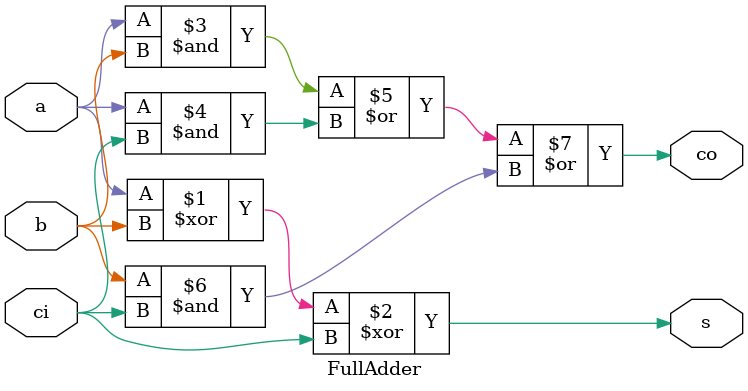
<source format=v>
`timescale 1ns / 1ps


module FullAdder(
    input a,
    input b,
    input ci,
    output s,
    output co
    );
    
     assign s = a ^ b ^ ci;
    assign co = (a&b)|(a&ci)|(b&ci);
    
endmodule

</source>
